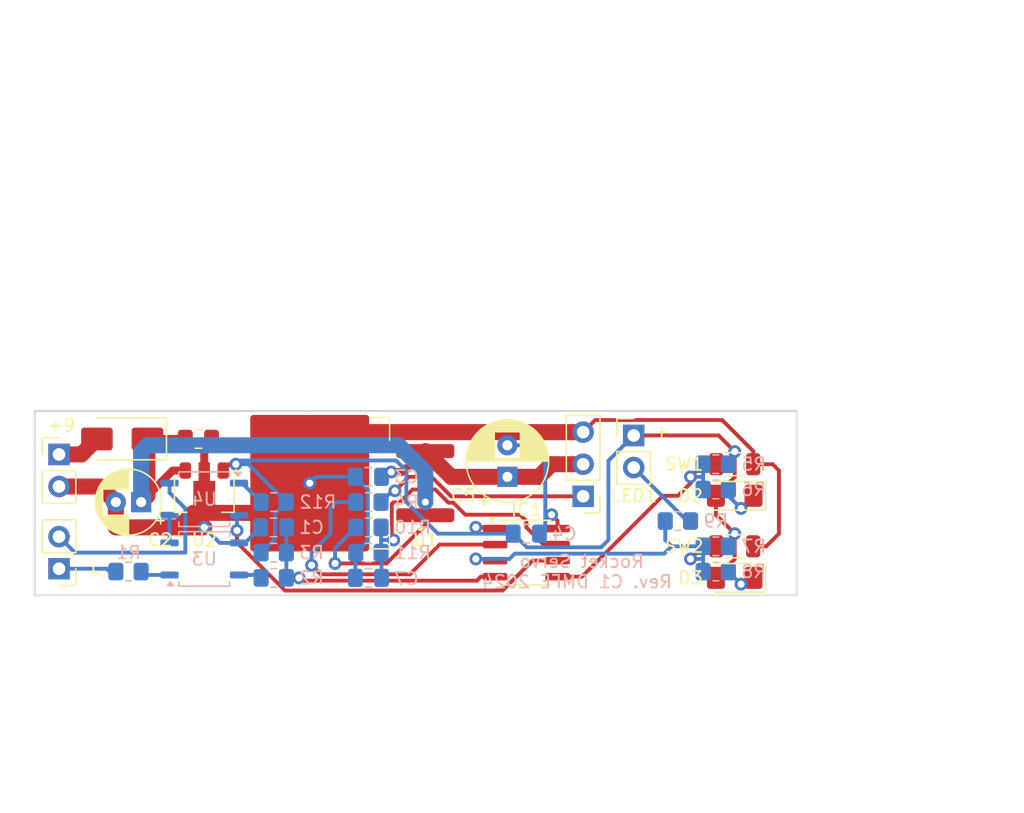
<source format=kicad_pcb>
(kicad_pcb (version 20240108) (generator "pcbnew") (generator_version "8.0")
  (title_block (title "Rocket Servo") (date "2022-12-11") (rev "B") (company "DMFE"))
  (layers (0 "F.Cu" signal) (31 "B.Cu" signal) (34 "B.Paste" user) (35 "F.Paste" user) (36 "B.SilkS" user "B.Silkscreen") (37 "F.SilkS" user "F.Silkscreen") (38 "B.Mask" user) (39 "F.Mask" user) (44 "Edge.Cuts" user))
  (net 0 "")
  (net 1 "Net-(IC1-Vpp{slash}~{MCLR}{slash}RA3)")
  (net 2 "GND")
  (net 3 "Net-(D1-K)")
  (net 4 "+5V")
  (net 5 "Net-(P2-Pin_2)")
  (net 6 "Net-(D1-A)")
  (net 7 "Net-(D2-K)")
  (net 8 "Net-(D3-K)")
  (net 9 "/BattV")
  (net 10 "Net-(IC1-CLKR{slash}C1IN1-{slash}T1OSO{slash}CLKOUT{slash}OSC2{slash}CPS3{slash}AN3{slash}RA4)")
  (net 11 "Net-(IC1-CPS2{slash}C1OUT{slash}SRQ{slash}T0CKI{slash}FLT0{slash}SDA{slash}SDI{slash}INT{slash}MDCIN1{slash}AN2{slash}RA2)")
  (net 12 "Net-(IC1-SRNQ{slash}T1CKI{slash}T1OSI{slash}OSC1{slash}CLKIN{slash}RA5)")
  (net 13 "/Enable*")
  (net 14 "Net-(R1-Pad1)")
  (net 15 "Net-(LED1-Pin_2)")
  (net 16 "Net-(R2-Pad2)")
  (net 17 "Net-(P1-Pin_1)")
  (net 18 "Net-(P1-Pin_2)")
  (net 19 "Net-(P2-Pin_1)")
  (net 20 "Net-(R12-Pad2)")
  (net 21 "Net-(U3-Pad2)")
  (footprint "Resistor_SMD:R_1206_3216Metric" (layer "F.Cu") (at 147.5 92)
    (property "Reference" "SW2" (at -4 0 0) (layer "F.SilkS"))
    (property "Value" "SW_Push")
    (pad "1" smd roundrect (at -1.4625 0) (size 1.125 1.75) (layers "F.Cu" "F.Paste" "F.Mask") (roundrect_rratio 0.222222) (net 10 "Net-(IC1-CLKR{slash}C1IN1-{slash}T1OSO{slash}CLKOUT{slash}OSC2{slash}CPS3{slash}AN3{slash}RA4)"))
    (pad "2" smd roundrect (at 1.4625 0) (size 1.125 1.75) (layers "F.Cu" "F.Paste" "F.Mask") (roundrect_rratio 0.222222) (net 2 "GND"))
  )
  (footprint "Connector_PinHeader_2.54mm:PinHeader_1x03_P2.54mm_Vertical" (layer "F.Cu") (at 135.5 88.04 180)
    (property "Reference" "P2" (hide yes))
    (property "Value" "Conn_01x03")
    (pad "1" thru_hole rect (at 0 0 180) (size 1.7 1.7) (drill 1) (layers "*.Cu" "*.Mask") (net 19 "Net-(P2-Pin_1)"))
    (pad "2" thru_hole oval (at 0 2.54 180) (size 1.7 1.7) (drill 1) (layers "*.Cu" "*.Mask") (net 5 "Net-(P2-Pin_2)"))
    (pad "3" thru_hole oval (at 0 5.08 180) (size 1.7 1.7) (drill 1) (layers "*.Cu" "*.Mask") (net 2 "GND"))
  )
  (footprint "Capacitor_SMD:C_0805_2012Metric_Pad1.18x1.45mm_HandSolder" (layer "F.Cu") (at 105.0375 83.5)
    (property "Reference" "C6" (hide yes))
    (property "Value" ".1uF")
    (pad "1" smd roundrect (at -1.0375 0) (size 1.175 1.45) (layers "F.Cu" "F.Paste" "F.Mask") (roundrect_rratio 0.212766) (net 3 "Net-(D1-K)"))
    (pad "2" smd roundrect (at 1.0375 0) (size 1.175 1.45) (layers "F.Cu" "F.Paste" "F.Mask") (roundrect_rratio 0.212766) (net 2 "GND"))
  )
  (footprint "Capacitor_THT:CP_Radial_D5.0mm_P2.00mm" (layer "F.Cu") (at 100.5 88.5 180)
    (property "Reference" "C2" (at -1.5 -3 0) (layer "F.SilkS"))
    (property "Value" "33uF")
    (pad "1" thru_hole rect (at 0 0 180) (size 1.6 1.6) (drill 0.8) (layers "*.Cu" "*.Mask") (net 3 "Net-(D1-K)"))
    (pad "2" thru_hole circle (at 2 0 180) (size 1.6 1.6) (drill 0.8) (layers "*.Cu" "*.Mask") (net 2 "GND"))
  )
  (footprint "Connector_PinHeader_2.54mm:PinHeader_1x02_P2.54mm_Vertical" (layer "F.Cu") (at 94 93.775 180)
    (property "Reference" "P1" (hide yes))
    (property "Value" "Conn_01x02")
    (pad "1" thru_hole rect (at 0 0 180) (size 1.7 1.7) (drill 1) (layers "*.Cu" "*.Mask") (net 17 "Net-(P1-Pin_1)"))
    (pad "2" thru_hole oval (at 0 2.54 180) (size 1.7 1.7) (drill 1) (layers "*.Cu" "*.Mask") (net 18 "Net-(P1-Pin_2)"))
  )
  (footprint "LED_SMD:LED_1206_3216Metric_Pad1.42x1.75mm_HandSolder" (layer "F.Cu") (at 147.5 94.5 180)
    (property "Reference" "D3" (at 3.5 0 0) (layer "F.SilkS"))
    (property "Value" "LED")
    (pad "1" smd roundrect (at -1.4875 0 180) (size 1.425 1.75) (layers "F.Cu" "F.Paste" "F.Mask") (roundrect_rratio 0.175439) (net 8 "Net-(D3-K)"))
    (pad "2" smd roundrect (at 1.4875 0 180) (size 1.425 1.75) (layers "F.Cu" "F.Paste" "F.Mask") (roundrect_rratio 0.175439) (net 4 "+5V"))
  )
  (footprint "Connector_PinHeader_2.54mm:PinHeader_1x02_P2.54mm_Vertical" (layer "F.Cu") (at 94 84.725)
    (property "Reference" "P3" (hide yes))
    (property "Value" "Conn_01x02")
    (pad "1" thru_hole rect (at 0 0) (size 1.7 1.7) (drill 1) (layers "*.Cu" "*.Mask") (net 6 "Net-(D1-A)"))
    (pad "2" thru_hole oval (at 0 2.54) (size 1.7 1.7) (drill 1) (layers "*.Cu" "*.Mask") (net 2 "GND"))
  )
  (footprint "Package_TO_SOT_SMD:TO-263-2" (layer "F.Cu") (at 115.35 87 180)
    (property "Reference" "U1" (at -7.65 -4.5 0) (layer "F.SilkS"))
    (property "Value" "L7806")
    (pad "1" smd roundrect (at -7.65 -2.54 180) (size 4.6 1.1) (layers "F.Cu" "F.Paste" "F.Mask") (roundrect_rratio 0.227273) (net 3 "Net-(D1-K)"))
    (pad "2" smd roundrect (at -0.925 -2.775 180) (size 4.55 5.25) (layers "F.Cu" "F.Paste") (roundrect_rratio 0.054945) (net 2 "GND"))
    (pad "2" smd roundrect (at -0.925 2.775 180) (size 4.55 5.25) (layers "F.Cu" "F.Paste") (roundrect_rratio 0.054945) (net 2 "GND"))
    (pad "2" smd roundrect (at 1.5 0 180) (size 9.4 10.8) (layers "F.Cu" "F.Mask") (roundrect_rratio 0.026596) (net 2 "GND"))
    (pad "2" smd roundrect (at 3.925 -2.775 180) (size 4.55 5.25) (layers "F.Cu" "F.Paste") (roundrect_rratio 0.054945) (net 2 "GND"))
    (pad "2" smd roundrect (at 3.925 2.775 180) (size 4.55 5.25) (layers "F.Cu" "F.Paste") (roundrect_rratio 0.054945) (net 2 "GND"))
    (pad "3" smd roundrect (at -7.65 2.54 180) (size 4.6 1.1) (layers "F.Cu" "F.Paste" "F.Mask") (roundrect_rratio 0.227273) (net 5 "Net-(P2-Pin_2)"))
  )
  (footprint "Resistor_SMD:R_1206_3216Metric" (layer "F.Cu") (at 147.5 85.5)
    (property "Reference" "SW1" (at -4 0 0) (layer "F.SilkS"))
    (property "Value" "SW_Push")
    (pad "1" smd roundrect (at -1.4625 0) (size 1.125 1.75) (layers "F.Cu" "F.Paste" "F.Mask") (roundrect_rratio 0.222222) (net 11 "Net-(IC1-CPS2{slash}C1OUT{slash}SRQ{slash}T0CKI{slash}FLT0{slash}SDA{slash}SDI{slash}INT{slash}MDCIN1{slash}AN2{slash}RA2)"))
    (pad "2" smd roundrect (at 1.4625 0) (size 1.125 1.75) (layers "F.Cu" "F.Paste" "F.Mask") (roundrect_rratio 0.222222) (net 2 "GND"))
  )
  (footprint "Package_TO_SOT_SMD:SOT-89-3" (layer "F.Cu") (at 105.5 87.95 -90)
    (property "Reference" "U2" (at 3.55 0 180) (layer "F.SilkS"))
    (property "Value" "L78L05_SOT89")
    (pad "1" smd roundrect (at -1.95 -1.5 270) (size 1.3 0.9) (layers "F.Cu" "F.Paste" "F.Mask") (net 4 "+5V"))
    (pad "2" smd custom (at -1.8625 0 270) (size 1.475 0.9) (layers "F.Cu" "F.Paste" "F.Mask") (net 2 "GND") (options (clearance outline) (anchor rect)) (primitives (gr_poly (pts (xy 3.8625 0.8665) (xy 0.7375 0.8665) (xy 0.7375 -0.8665) (xy 3.8625 -0.8665)) (width 0) (fill yes))))
    (pad "3" smd roundrect (at -1.95 1.5 270) (size 1.3 0.9) (layers "F.Cu" "F.Paste" "F.Mask") (net 3 "Net-(D1-K)"))
  )
  (footprint "Capacitor_THT:CP_Radial_D6.3mm_P2.50mm" (layer "F.Cu") (at 129.5 86.5 90)
    (property "Reference" "C5" (at -1.5 -3.5 0) (layer "F.SilkS"))
    (property "Value" "220uF")
    (pad "1" thru_hole rect (at 0 0 90) (size 1.6 1.6) (drill 0.8) (layers "*.Cu" "*.Mask") (net 5 "Net-(P2-Pin_2)"))
    (pad "2" thru_hole circle (at 2.5 0 90) (size 1.6 1.6) (drill 0.8) (layers "*.Cu" "*.Mask") (net 2 "GND"))
  )
  (footprint "Connector_PinHeader_2.54mm:PinHeader_1x02_P2.54mm_Vertical" (layer "F.Cu") (at 139.5 83.225)
    (property "Reference" "LED1" (at 0 4.775 180) (layer "F.SilkS"))
    (property "Value" "Conn_01x02")
    (pad "1" thru_hole rect (at 0 0) (size 1.7 1.7) (drill 1) (layers "*.Cu" "*.Mask") (net 4 "+5V"))
    (pad "2" thru_hole oval (at 0 2.54) (size 1.7 1.7) (drill 1) (layers "*.Cu" "*.Mask") (net 15 "Net-(LED1-Pin_2)"))
  )
  (footprint "LED_SMD:LED_1206_3216Metric_Pad1.42x1.75mm_HandSolder" (layer "F.Cu") (at 147.5 88 180)
    (property "Reference" "D2" (at 3.5 0 0) (layer "F.SilkS"))
    (property "Value" "LED")
    (pad "1" smd roundrect (at -1.4875 0 180) (size 1.425 1.75) (layers "F.Cu" "F.Paste" "F.Mask") (roundrect_rratio 0.175439) (net 7 "Net-(D2-K)"))
    (pad "2" smd roundrect (at 1.4875 0 180) (size 1.425 1.75) (layers "F.Cu" "F.Paste" "F.Mask") (roundrect_rratio 0.175439) (net 4 "+5V"))
  )
  (footprint "Package_SO:SOIC-8_3.9x4.9mm_P1.27mm" (layer "F.Cu") (at 131 92.5)
    (property "Reference" "IC1" (at 0 -3.4 0) (layer "F.SilkS"))
    (property "Value" "PIC12F1822-I/SN")
    (pad "1" smd roundrect (at -2.475 -1.905) (size 1.95 0.6) (layers "F.Cu" "F.Paste" "F.Mask") (net 4 "+5V"))
    (pad "2" smd roundrect (at -2.475 -0.635) (size 1.95 0.6) (layers "F.Cu" "F.Paste" "F.Mask") (net 12 "Net-(IC1-SRNQ{slash}T1CKI{slash}T1OSI{slash}OSC1{slash}CLKIN{slash}RA5)"))
    (pad "3" smd roundrect (at -2.475 0.635) (size 1.95 0.6) (layers "F.Cu" "F.Paste" "F.Mask") (net 10 "Net-(IC1-CLKR{slash}C1IN1-{slash}T1OSO{slash}CLKOUT{slash}OSC2{slash}CPS3{slash}AN3{slash}RA4)"))
    (pad "4" smd roundrect (at -2.475 1.905) (size 1.95 0.6) (layers "F.Cu" "F.Paste" "F.Mask") (net 1 "Net-(IC1-Vpp{slash}~{MCLR}{slash}RA3)"))
    (pad "5" smd roundrect (at 2.475 1.905) (size 1.95 0.6) (layers "F.Cu" "F.Paste" "F.Mask") (net 11 "Net-(IC1-CPS2{slash}C1OUT{slash}SRQ{slash}T0CKI{slash}FLT0{slash}SDA{slash}SDI{slash}INT{slash}MDCIN1{slash}AN2{slash}RA2)"))
    (pad "6" smd roundrect (at 2.475 0.635) (size 1.95 0.6) (layers "F.Cu" "F.Paste" "F.Mask") (net 13 "/Enable*"))
    (pad "7" smd roundrect (at 2.475 -0.635) (size 1.95 0.6) (layers "F.Cu" "F.Paste" "F.Mask") (net 9 "/BattV"))
    (pad "8" smd roundrect (at 2.475 -1.905) (size 1.95 0.6) (layers "F.Cu" "F.Paste" "F.Mask") (net 2 "GND"))
  )
  (footprint "Diode_SMD:D_SMA" (layer "F.Cu") (at 99 83.5 180)
    (property "Reference" "D1" (hide yes))
    (property "Value" "D")
    (pad "1" smd roundrect (at -2 0 180) (size 2.5 1.8) (layers "F.Cu" "F.Paste" "F.Mask") (roundrect_rratio 0.1388888889) (net 3 "Net-(D1-K)"))
    (pad "2" smd roundrect (at 2 0 180) (size 2.5 1.8) (layers "F.Cu" "F.Paste" "F.Mask") (roundrect_rratio 0.1388888889) (net 6 "Net-(D1-A)"))
  )
  (footprint "Resistor_SMD:R_0805_2012Metric_Pad1.20x1.40mm_HandSolder" (layer "B.Cu") (at 118.5 88.5 180)
    (property "Reference" "R4" (at -3 0 180) (layer "B.SilkS") (effects (justify mirror)))
    (property "Value" "220R")
    (pad "1" smd roundrect (at -1 0 180) (size 1.2 1.4) (layers "B.Cu" "B.Paste" "B.Mask") (roundrect_rratio 0.208333) (net 19 "Net-(P2-Pin_1)"))
    (pad "2" smd roundrect (at 1 0 180) (size 1.2 1.4) (layers "B.Cu" "B.Paste" "B.Mask") (roundrect_rratio 0.208333) (net 12 "Net-(IC1-SRNQ{slash}T1CKI{slash}T1OSI{slash}OSC1{slash}CLKIN{slash}RA5)"))
  )
  (footprint "Resistor_SMD:R_0805_2012Metric_Pad1.20x1.40mm_HandSolder" (layer "B.Cu") (at 99.5 94 180)
    (property "Reference" "R1" (at 0 1.5 0) (layer "B.SilkS") (effects (justify mirror)))
    (property "Value" "470R")
    (pad "1" smd roundrect (at -1 0 180) (size 1.2 1.4) (layers "B.Cu" "B.Paste" "B.Mask") (roundrect_rratio 0.208333) (net 14 "Net-(R1-Pad1)"))
    (pad "2" smd roundrect (at 1 0 180) (size 1.2 1.4) (layers "B.Cu" "B.Paste" "B.Mask") (roundrect_rratio 0.208333) (net 17 "Net-(P1-Pin_1)"))
  )
  (footprint "Resistor_SMD:R_0805_2012Metric_Pad1.20x1.40mm_HandSolder" (layer "B.Cu") (at 146 87.5 180)
    (property "Reference" "R6" (at -3 0 0) (layer "B.SilkS") (effects (justify mirror)))
    (property "Value" "1K")
    (pad "1" smd roundrect (at -1 0 180) (size 1.2 1.4) (layers "B.Cu" "B.Paste" "B.Mask") (roundrect_rratio 0.208333) (net 7 "Net-(D2-K)"))
    (pad "2" smd roundrect (at 1 0 180) (size 1.2 1.4) (layers "B.Cu" "B.Paste" "B.Mask") (roundrect_rratio 0.208333) (net 11 "Net-(IC1-CPS2{slash}C1OUT{slash}SRQ{slash}T0CKI{slash}FLT0{slash}SDA{slash}SDI{slash}INT{slash}MDCIN1{slash}AN2{slash}RA2)"))
  )
  (footprint "Capacitor_SMD:C_0805_2012Metric_Pad1.18x1.45mm_HandSolder" (layer "B.Cu") (at 111 90.5 180)
    (property "Reference" "C1" (at -3 0 0) (layer "B.SilkS") (effects (justify mirror)))
    (property "Value" ".1uF")
    (pad "1" smd roundrect (at -1.0375 0 180) (size 1.175 1.45) (layers "B.Cu" "B.Paste" "B.Mask") (roundrect_rratio 0.212766) (net 1 "Net-(IC1-Vpp{slash}~{MCLR}{slash}RA3)"))
    (pad "2" smd roundrect (at 1.0375 0 180) (size 1.175 1.45) (layers "B.Cu" "B.Paste" "B.Mask") (roundrect_rratio 0.212766) (net 2 "GND"))
  )
  (footprint "Package_SO:SOP-4_3.8x4.1mm_P2.54mm" (layer "B.Cu") (at 105.5 88.27 180)
    (property "Reference" "U4" (at 0 0 0) (layer "B.SilkS") (effects (justify mirror)))
    (property "Value" "CPC1017N")
    (pad "1" smd roundrect (at -2.75 1.27 180) (size 1.45 0.55) (layers "B.Cu" "B.Paste" "B.Mask") (net 20 "Net-(R12-Pad2)"))
    (pad "2" smd roundrect (at -2.75 -1.27 180) (size 1.45 0.55) (layers "B.Cu" "B.Paste" "B.Mask") (net 13 "/Enable*"))
    (pad "3" smd roundrect (at 2.75 -1.27 180) (size 1.45 0.55) (layers "B.Cu" "B.Paste" "B.Mask") (net 21 "Net-(U3-Pad2)"))
    (pad "4" smd roundrect (at 2.75 1.27 180) (size 1.45 0.55) (layers "B.Cu" "B.Paste" "B.Mask") (net 18 "Net-(P1-Pin_2)"))
  )
  (footprint "Resistor_SMD:R_0805_2012Metric_Pad1.20x1.40mm_HandSolder" (layer "B.Cu") (at 146 92 180)
    (property "Reference" "R7" (at -3 0 0) (layer "B.SilkS") (effects (justify mirror)))
    (property "Value" "47K")
    (pad "1" smd roundrect (at -1 0 180) (size 1.2 1.4) (layers "B.Cu" "B.Paste" "B.Mask") (roundrect_rratio 0.208333) (net 4 "+5V"))
    (pad "2" smd roundrect (at 1 0 180) (size 1.2 1.4) (layers "B.Cu" "B.Paste" "B.Mask") (roundrect_rratio 0.208333) (net 10 "Net-(IC1-CLKR{slash}C1IN1-{slash}T1OSO{slash}CLKOUT{slash}OSC2{slash}CPS3{slash}AN3{slash}RA4)"))
  )
  (footprint "Resistor_SMD:R_0805_2012Metric_Pad1.20x1.40mm_HandSolder" (layer "B.Cu") (at 118.5 90.5 180)
    (property "Reference" "R10" (at -3.5 0 0) (layer "B.SilkS") (effects (justify mirror)))
    (property "Value" "22K")
    (pad "1" smd roundrect (at -1 0 180) (size 1.2 1.4) (layers "B.Cu" "B.Paste" "B.Mask") (roundrect_rratio 0.208333) (net 9 "/BattV"))
    (pad "2" smd roundrect (at 1 0 180) (size 1.2 1.4) (layers "B.Cu" "B.Paste" "B.Mask") (roundrect_rratio 0.208333) (net 3 "Net-(D1-K)"))
  )
  (footprint "Resistor_SMD:R_0805_2012Metric_Pad1.20x1.40mm_HandSolder" (layer "B.Cu") (at 111 88.5 180)
    (property "Reference" "R12" (at -3.5 0 0) (layer "B.SilkS") (effects (justify mirror)))
    (property "Value" "1K0")
    (pad "1" smd roundrect (at -1 0 180) (size 1.2 1.4) (layers "B.Cu" "B.Paste" "B.Mask") (roundrect_rratio 0.208333) (net 4 "+5V"))
    (pad "2" smd roundrect (at 1 0 180) (size 1.2 1.4) (layers "B.Cu" "B.Paste" "B.Mask") (roundrect_rratio 0.208333) (net 20 "Net-(R12-Pad2)"))
  )
  (footprint "Capacitor_SMD:C_0805_2012Metric_Pad1.18x1.45mm_HandSolder" (layer "B.Cu") (at 118.5 86.5 180)
    (property "Reference" "C3" (at -3 0 0) (layer "B.SilkS") (effects (justify mirror)))
    (property "Value" ".1uF")
    (pad "1" smd roundrect (at -1.0375 0 180) (size 1.175 1.45) (layers "B.Cu" "B.Paste" "B.Mask") (roundrect_rratio 0.212766) (net 5 "Net-(P2-Pin_2)"))
    (pad "2" smd roundrect (at 1.0375 0 180) (size 1.175 1.45) (layers "B.Cu" "B.Paste" "B.Mask") (roundrect_rratio 0.212766) (net 2 "GND"))
  )
  (footprint "Resistor_SMD:R_0805_2012Metric_Pad1.20x1.40mm_HandSolder" (layer "B.Cu") (at 111 94.5 180)
    (property "Reference" "R2" (at -3 0 0) (layer "B.SilkS") (effects (justify mirror)))
    (property "Value" "1K")
    (pad "1" smd roundrect (at -1 0 180) (size 1.2 1.4) (layers "B.Cu" "B.Paste" "B.Mask") (roundrect_rratio 0.208333) (net 1 "Net-(IC1-Vpp{slash}~{MCLR}{slash}RA3)"))
    (pad "2" smd roundrect (at 1 0 180) (size 1.2 1.4) (layers "B.Cu" "B.Paste" "B.Mask") (roundrect_rratio 0.208333) (net 16 "Net-(R2-Pad2)"))
  )
  (footprint "Resistor_SMD:R_0805_2012Metric_Pad1.20x1.40mm_HandSolder" (layer "B.Cu") (at 143 90)
    (property "Reference" "R9" (at 3 0 0) (layer "B.SilkS") (effects (justify mirror)))
    (property "Value" "270")
    (pad "1" smd roundrect (at -1 0) (size 1.2 1.4) (layers "B.Cu" "B.Paste" "B.Mask") (roundrect_rratio 0.208333) (net 10 "Net-(IC1-CLKR{slash}C1IN1-{slash}T1OSO{slash}CLKOUT{slash}OSC2{slash}CPS3{slash}AN3{slash}RA4)"))
    (pad "2" smd roundrect (at 1 0) (size 1.2 1.4) (layers "B.Cu" "B.Paste" "B.Mask") (roundrect_rratio 0.208333) (net 15 "Net-(LED1-Pin_2)"))
  )
  (footprint "Resistor_SMD:R_0805_2012Metric_Pad1.20x1.40mm_HandSolder" (layer "B.Cu") (at 118.5 92.5)
    (property "Reference" "R11" (at 3.5 0 0) (layer "B.SilkS") (effects (justify mirror)))
    (property "Value" "1K")
    (pad "1" smd roundrect (at -1 0) (size 1.2 1.4) (layers "B.Cu" "B.Paste" "B.Mask") (roundrect_rratio 0.208333) (net 2 "GND"))
    (pad "2" smd roundrect (at 1 0) (size 1.2 1.4) (layers "B.Cu" "B.Paste" "B.Mask") (roundrect_rratio 0.208333) (net 9 "/BattV"))
  )
  (footprint "Resistor_SMD:R_0805_2012Metric_Pad1.20x1.40mm_HandSolder" (layer "B.Cu") (at 146 94 180)
    (property "Reference" "R8" (at -3 0 0) (layer "B.SilkS") (effects (justify mirror)))
    (property "Value" "1K")
    (pad "1" smd roundrect (at -1 0 180) (size 1.2 1.4) (layers "B.Cu" "B.Paste" "B.Mask") (roundrect_rratio 0.208333) (net 8 "Net-(D3-K)"))
    (pad "2" smd roundrect (at 1 0 180) (size 1.2 1.4) (layers "B.Cu" "B.Paste" "B.Mask") (roundrect_rratio 0.208333) (net 10 "Net-(IC1-CLKR{slash}C1IN1-{slash}T1OSO{slash}CLKOUT{slash}OSC2{slash}CPS3{slash}AN3{slash}RA4)"))
  )
  (footprint "Capacitor_SMD:C_0805_2012Metric_Pad1.18x1.45mm_HandSolder" (layer "B.Cu") (at 118.5 94.5 180)
    (property "Reference" "C7" (at -3 -0.08 0) (layer "B.SilkS") (effects (justify mirror)))
    (property "Value" ".1uF")
    (pad "1" smd roundrect (at -1.0375 0 180) (size 1.175 1.45) (layers "B.Cu" "B.Paste" "B.Mask") (roundrect_rratio 0.212766) (net 9 "/BattV"))
    (pad "2" smd roundrect (at 1.0375 0 180) (size 1.175 1.45) (layers "B.Cu" "B.Paste" "B.Mask") (roundrect_rratio 0.212766) (net 2 "GND"))
  )
  (footprint "Resistor_SMD:R_0805_2012Metric_Pad1.20x1.40mm_HandSolder" (layer "B.Cu") (at 146 85.5 180)
    (property "Reference" "R5" (at -3 0 0) (layer "B.SilkS") (effects (justify mirror)))
    (property "Value" "47K")
    (pad "1" smd roundrect (at -1 0 180) (size 1.2 1.4) (layers "B.Cu" "B.Paste" "B.Mask") (roundrect_rratio 0.208333) (net 4 "+5V"))
    (pad "2" smd roundrect (at 1 0 180) (size 1.2 1.4) (layers "B.Cu" "B.Paste" "B.Mask") (roundrect_rratio 0.208333) (net 11 "Net-(IC1-CPS2{slash}C1OUT{slash}SRQ{slash}T0CKI{slash}FLT0{slash}SDA{slash}SDI{slash}INT{slash}MDCIN1{slash}AN2{slash}RA2)"))
  )
  (footprint "Package_SO:SOP-4_3.8x4.1mm_P2.54mm" (layer "B.Cu") (at 105.5 93)
    (property "Reference" "U3" (at 0 0 0) (layer "B.SilkS") (effects (justify mirror)))
    (property "Value" "CPC1017N")
    (pad "1" smd roundrect (at -2.75 1.27) (size 1.45 0.55) (layers "B.Cu" "B.Paste" "B.Mask") (net 14 "Net-(R1-Pad1)"))
    (pad "2" smd roundrect (at -2.75 -1.27) (size 1.45 0.55) (layers "B.Cu" "B.Paste" "B.Mask") (net 21 "Net-(U3-Pad2)"))
    (pad "3" smd roundrect (at 2.75 -1.27) (size 1.45 0.55) (layers "B.Cu" "B.Paste" "B.Mask") (net 2 "GND"))
    (pad "4" smd roundrect (at 2.75 1.27) (size 1.45 0.55) (layers "B.Cu" "B.Paste" "B.Mask") (net 16 "Net-(R2-Pad2)"))
  )
  (footprint "Resistor_SMD:R_0805_2012Metric_Pad1.20x1.40mm_HandSolder" (layer "B.Cu") (at 111 92.5)
    (property "Reference" "R3" (at 3 0 0) (layer "B.SilkS") (effects (justify mirror)))
    (property "Value" "10K")
    (pad "1" smd roundrect (at -1 0) (size 1.2 1.4) (layers "B.Cu" "B.Paste" "B.Mask") (roundrect_rratio 0.208333) (net 4 "+5V"))
    (pad "2" smd roundrect (at 1 0) (size 1.2 1.4) (layers "B.Cu" "B.Paste" "B.Mask") (roundrect_rratio 0.208333) (net 1 "Net-(IC1-Vpp{slash}~{MCLR}{slash}RA3)"))
  )
  (footprint "Capacitor_SMD:C_0805_2012Metric_Pad1.18x1.45mm_HandSolder" (layer "B.Cu") (at 131 91)
    (property "Reference" "C4" (at 3 0 0) (layer "B.SilkS") (effects (justify mirror)))
    (property "Value" ".1uF")
    (pad "1" smd roundrect (at -1.0375 0) (size 1.175 1.45) (layers "B.Cu" "B.Paste" "B.Mask") (roundrect_rratio 0.212766) (net 4 "+5V"))
    (pad "2" smd roundrect (at 1.0375 0) (size 1.175 1.45) (layers "B.Cu" "B.Paste" "B.Mask") (roundrect_rratio 0.212766) (net 2 "GND"))
  )
  (gr_rect (start 92.075 81.28) (end 152.4 95.885) (stroke (width 0.15)) (fill none) (layer "Edge.Cuts"))
  (gr_text "Rocket Servo \nRev. C1 DMFE 2024" (at 135 94 0) (layer "B.SilkS") (effects (font (size 1 1)) (justify mirror)))
  (gr_text "+" (at 96 94.5 0) (layer "F.SilkS") (effects (font (size 1 1)) (justify left bottom)))
  (gr_text "+" (at 141 83.5 0) (layer "F.SilkS") (effects (font (size 1 1)) (justify left bottom)))
  (gr_text "+9" (at 93 83 0) (layer "F.SilkS") (effects (font (size 1 1)) (justify left bottom)))
  (segment (start 127.4 94.405) (end 127.083551 94.721449) (width 0.3048) (layer "F.Cu") (net 1))
  (segment (start 127.083551 94.721449) (end 113.221449 94.721449) (width 0.3048) (layer "F.Cu") (net 1))
  (segment (start 127.4 94.405) (end 128.525 94.405) (width 0.3048) (layer "F.Cu") (net 1))
  (segment (start 113.221449 94.721449) (end 113 94.5) (width 0.3048) (layer "F.Cu") (net 1))
  (via (at 113 94.5) (size 1.016) (drill 0.5588) (layers "F.Cu" "B.Cu") (net 1))
  (segment (start 113 94.5) (end 112 94.5) (width 0.3048) (layer "B.Cu") (net 1))
  (segment (start 112 94.5) (end 112 92.5) (width 0.3048) (layer "B.Cu") (net 1))
  (segment (start 112 90.5375) (end 112.0375 90.5) (width 0.3048) (layer "B.Cu") (net 1))
  (segment (start 112 92.5) (end 112 90.5375) (width 0.3048) (layer "B.Cu") (net 1))
  (segment (start 97.265 87.265) (end 98.5 88.5) (width 1.27) (layer "F.Cu") (net 2))
  (segment (start 103.5 90.5) (end 105.5 90.5) (width 1.27) (layer "F.Cu") (net 2))
  (segment (start 133.475 89.975) (end 133 89.5) (width 0.3048) (layer "F.Cu") (net 2))
  (segment (start 148.9625 84.4625) (end 146.5 82) (width 0.3048) (layer "F.Cu") (net 2))
  (segment (start 129.5 82.96) (end 117.54 82.96) (width 1.27) (layer "F.Cu") (net 2))
  (segment (start 135.5 82.96) (end 129.5 82.96) (width 1.27) (layer "F.Cu") (net 2))
  (segment (start 105.5 89) (end 105.5 86.0875) (width 0.635) (layer "F.Cu") (net 2))
  (segment (start 111.004001 89.354001) (end 111.425 89.775) (width 1.27) (layer "F.Cu") (net 2))
  (segment (start 105.5 86.0875) (end 105.5 84.075) (width 0.635) (layer "F.Cu") (net 2))
  (segment (start 136.46 82) (end 135.5 82.96) (width 0.3048) (layer "F.Cu") (net 2))
  (segment (start 133.475 90.595) (end 133.475 89.975) (width 0.3048) (layer "F.Cu") (net 2))
  (segment (start 151 91) (end 150 92) (width 0.3048) (layer "F.Cu") (net 2))
  (segment (start 94 87.265) (end 97.265 87.265) (width 1.27) (layer "F.Cu") (net 2))
  (segment (start 129.5 84) (end 129.5 82.96) (width 1.27) (layer "F.Cu") (net 2))
  (segment (start 117.54 82.96) (end 116.275 84.225) (width 1.27) (layer "F.Cu") (net 2))
  (segment (start 150.5 85.5) (end 151 86) (width 0.3048) (layer "F.Cu") (net 2))
  (segment (start 104.645999 89.354001) (end 111.004001 89.354001) (width 1.27) (layer "F.Cu") (net 2))
  (segment (start 151 86) (end 151 91) (width 0.3048) (layer "F.Cu") (net 2))
  (segment (start 98.5 90.5) (end 103.5 90.5) (width 1.27) (layer "F.Cu") (net 2))
  (segment (start 105.5 84.075) (end 106.075 83.5) (width 0.635) (layer "F.Cu") (net 2))
  (segment (start 146.5 82) (end 136.46 82) (width 0.3048) (layer "F.Cu") (net 2))
  (segment (start 148.9625 85.5) (end 150.5 85.5) (width 0.3048) (layer "F.Cu") (net 2))
  (segment (start 150 92) (end 148.9625 92) (width 0.3048) (layer "F.Cu") (net 2))
  (segment (start 98.5 88.5) (end 98.5 90.5) (width 1.27) (layer "F.Cu") (net 2))
  (segment (start 103.5 90.5) (end 104.645999 89.354001) (width 1.27) (layer "F.Cu") (net 2))
  (segment (start 105.5 90.5) (end 105.5 86.0875) (width 0.3048) (layer "F.Cu") (net 2))
  (segment (start 148.9625 85.5) (end 148.9625 84.4625) (width 0.3048) (layer "F.Cu") (net 2))
  (via (at 113.85 87) (size 1.016) (drill 0.5588) (layers "F.Cu" "B.Cu") (net 2))
  (via (at 133 89.5) (size 1.016) (drill 0.5588) (layers "F.Cu" "B.Cu") (net 2))
  (via (at 105.5 90.5) (size 1.016) (drill 0.5588) (layers "F.Cu" "B.Cu") (net 2))
  (segment (start 106.73 91.73) (end 105.5 90.5) (width 0.3048) (layer "B.Cu") (net 2))
  (segment (start 132.5 89.5) (end 133 89.5) (width 0.3048) (layer "B.Cu") (net 2))
  (segment (start 129.5 84) (end 132 84) (width 0.3048) (layer "B.Cu") (net 2))
  (segment (start 114.35 86.5) (end 113.85 87) (width 0.3048) (layer "B.Cu") (net 2))
  (segment (start 118.4524 91.5476) (end 118.4524 87.4899) (width 0.3048) (layer "B.Cu") (net 2))
  (segment (start 117.4625 86.5) (end 114.35 86.5) (width 0.3048) (layer "B.Cu") (net 2))
  (segment (start 117.4625 94.5) (end 117.4625 92.5375) (width 0.3048) (layer "B.Cu") (net 2))
  (segment (start 132 84) (end 132.5 84.5) (width 0.3048) (layer "B.Cu") (net 2))
  (segment (start 132.5 84.5) (end 132.5 90.5375) (width 0.3048) (layer "B.Cu") (net 2))
  (segment (start 132.5 90.5375) (end 132.0375 91) (width 0.3048) (layer "B.Cu") (net 2))
  (segment (start 118.4524 87.4899) (end 117.4625 86.5) (width 0.3048) (layer "B.Cu") (net 2))
  (segment (start 108.25 91.73) (end 108.7325 91.73) (width 0.3048) (layer "B.Cu") (net 2))
  (segment (start 108.7325 91.73) (end 109.9625 90.5) (width 0.3048) (layer "B.Cu") (net 2))
  (segment (start 108.25 91.73) (end 106.73 91.73) (width 0.3048) (layer "B.Cu") (net 2))
  (segment (start 117.4625 92.5375) (end 117.5 92.5) (width 0.3048) (layer "B.Cu") (net 2))
  (segment (start 117.5 92.5) (end 118.4524 91.5476) (width 0.3048) (layer "B.Cu") (net 2))
  (segment (start 123 89.54) (end 123 90.287501) (width 0.3048) (layer "F.Cu") (net 3))
  (segment (start 104 86) (end 103 86) (width 0.635) (layer "F.Cu") (net 3))
  (segment (start 103 86) (end 100.5 88.5) (width 0.635) (layer "F.Cu") (net 3))
  (segment (start 123 88.5) (end 123 89.54) (width 0.635) (layer "F.Cu") (net 3))
  (segment (start 123 90.287501) (end 119.931252 93.356249) (width 0.3048) (layer "F.Cu") (net 3))
  (segment (start 101 88) (end 100.5 88.5) (width 1.27) (layer "F.Cu") (net 3))
  (segment (start 104 83.5) (end 101 83.5) (width 0.635) (layer "F.Cu") (net 3))
  (segment (start 101 83.5) (end 101 88) (width 1.27) (layer "F.Cu") (net 3))
  (segment (start 119.931252 93.356249) (end 115.856249 93.356249) (width 0.3048) (layer "F.Cu") (net 3))
  (via (at 123 88.5) (size 1.016) (drill 0.5588) (layers "F.Cu" "B.Cu") (net 3))
  (via (at 115.856249 93.356249) (size 1.016) (drill 0.5588) (layers "F.Cu" "B.Cu") (net 3))
  (segment (start 100.5 84.5) (end 101 84) (width 1.27) (layer "B.Cu") (net 3))
  (segment (start 100.5 88.5) (end 100.5 84.5) (width 1.27) (layer "B.Cu") (net 3))
  (segment (start 101 84) (end 120.896394 84) (width 1.27) (layer "B.Cu") (net 3))
  (segment (start 123 86.103606) (end 123 88.5) (width 1.27) (layer "B.Cu") (net 3))
  (segment (start 117.5 90.5) (end 115.856249 92.143751) (width 0.3048) (layer "B.Cu") (net 3))
  (segment (start 115.856249 92.143751) (end 115.856249 93.356249) (width 0.3048) (layer "B.Cu") (net 3))
  (segment (start 120.896394 84) (end 123 86.103606) (width 1.27) (layer "B.Cu") (net 3))
  (segment (start 127 90.5) (end 128.43 90.5) (width 0.3048) (layer "F.Cu") (net 4))
  (segment (start 147.5 91) (end 146.0125 89.5125) (width 0.3048) (layer "F.Cu") (net 4))
  (segment (start 107.5 85.5) (end 107 86) (width 0.3048) (layer "F.Cu") (net 4))
  (segment (start 128.43 90.5) (end 128.525 90.595) (width 0.3048) (layer "F.Cu") (net 4))
  (segment (start 146.225 83.225) (end 147.5 84.5) (width 0.3048) (layer "F.Cu") (net 4))
  (segment (start 108 85.5) (end 107.5 85.5) (width 0.3048) (layer "F.Cu") (net 4))
  (segment (start 147.5 86.5125) (end 147.5 84.5) (width 0.3048) (layer "F.Cu") (net 4))
  (segment (start 147.5 93.0125) (end 147.5 91) (width 0.3048) (layer "F.Cu") (net 4))
  (segment (start 139.5 83.225) (end 146.225 83.225) (width 0.3048) (layer "F.Cu") (net 4))
  (segment (start 146.0125 94.5) (end 147.5 93.0125) (width 0.3048) (layer "F.Cu") (net 4))
  (segment (start 146.0125 88) (end 147.5 86.5125) (width 0.3048) (layer "F.Cu") (net 4))
  (segment (start 146.0125 89.5125) (end 146.0125 88) (width 0.3048) (layer "F.Cu") (net 4))
  (via (at 147.5 91) (size 1.016) (drill 0.5588) (layers "F.Cu" "B.Cu") (net 4))
  (via (at 108 85.5) (size 1.016) (drill 0.5588) (layers "F.Cu" "B.Cu") (net 4))
  (via (at 147.5 84.5) (size 1.016) (drill 0.5588) (layers "F.Cu" "B.Cu") (net 4))
  (via (at 127 90.5) (size 1.016) (drill 0.5588) (layers "F.Cu" "B.Cu") (net 4))
  (segment (start 112 88.5) (end 109 85.5) (width 0.3048) (layer "B.Cu") (net 4))
  (segment (start 111.0976 91.4024) (end 111.0976 89.4024) (width 0.3048) (layer "B.Cu") (net 4))
  (segment (start 139.5 83.225) (end 137.5 85.225) (width 0.3048) (layer "B.Cu") (net 4))
  (segment (start 137.5 85.225) (end 137.5 91.5) (width 0.3048) (layer "B.Cu") (net 4))
  (segment (start 147.5 84.5) (end 147.5 85) (width 0.3048) (layer "B.Cu") (net 4))
  (segment (start 110 92.5) (end 111.0976 91.4024) (width 0.3048) (layer "B.Cu") (net 4))
  (segment (start 121.5 86.022389) (end 120.678693 85.201082) (width 0.3048) (layer "B.Cu") (net 4))
  (segment (start 121.5 88.5) (end 121.5 86.022389) (width 0.3048) (layer "B.Cu") (net 4))
  (segment (start 131.0399 92.0774) (end 129.9625 91) (width 0.3048) (layer "B.Cu") (net 4))
  (segment (start 147.5 85) (end 147 85.5) (width 0.3048) (layer "B.Cu") (net 4))
  (segment (start 124 91) (end 121.5 88.5) (width 0.3048) (layer "B.Cu") (net 4))
  (segment (start 127 91) (end 127 90.5) (width 0.3048) (layer "B.Cu") (net 4))
  (segment (start 120.678693 85.201082) (end 108.298918 85.201082) (width 0.3048) (layer "B.Cu") (net 4))
  (segment (start 111.0976 89.4024) (end 112 88.5) (width 0.3048) (layer "B.Cu") (net 4))
  (segment (start 127 91) (end 129.9625 91) (width 0.3048) (layer "B.Cu") (net 4))
  (segment (start 147.5 91.5) (end 147 92) (width 0.3048) (layer "B.Cu") (net 4))
  (segment (start 109 85.5) (end 108 85.5) (width 0.3048) (layer "B.Cu") (net 4))
  (segment (start 124 91) (end 127 91) (width 0.3048) (layer "B.Cu") (net 4))
  (segment (start 137.5 91.5) (end 136.9226 92.0774) (width 0.3048) (layer "B.Cu") (net 4))
  (segment (start 147.5 91) (end 147.5 91.5) (width 0.3048) (layer "B.Cu") (net 4))
  (segment (start 108.298918 85.201082) (end 108 85.5) (width 0.3048) (layer "B.Cu") (net 4))
  (segment (start 136.9226 92.0774) (end 131.0399 92.0774) (width 0.3048) (layer "B.Cu") (net 4))
  (segment (start 129.5 86.5) (end 125.04 86.5) (width 1.27) (layer "F.Cu") (net 5))
  (segment (start 133 85.5) (end 135.5 85.5) (width 1.27) (layer "F.Cu") (net 5))
  (segment (start 121.429863 85.8301) (end 121.148481 86.111482) (width 0.635) (layer "F.Cu") (net 5))
  (segment (start 121.148481 86.111482) (end 120.301592 86.111482) (width 0.635) (layer "F.Cu") (net 5))
  (segment (start 123 84.46) (end 121.6299 85.8301) (width 0.635) (layer "F.Cu") (net 5))
  (segment (start 129.5 86.5) (end 132 86.5) (width 1.27) (layer "F.Cu") (net 5))
  (segment (start 132 86.5) (end 133 85.5) (width 1.27) (layer "F.Cu") (net 5))
  (segment (start 125.04 86.5) (end 123 84.46) (width 1.27) (layer "F.Cu") (net 5))
  (segment (start 121.6299 85.8301) (end 121.429863 85.8301) (width 0.635) (layer "F.Cu") (net 5))
  (via (at 120.301592 86.111482) (size 1.016) (drill 0.5588) (layers "F.Cu" "B.Cu") (net 5))
  (segment (start 119.5375 86.5) (end 119.913074 86.5) (width 0.3048) (layer "B.Cu") (net 5))
  (segment (start 119.913074 86.5) (end 120.301592 86.111482) (width 0.3048) (layer "B.Cu") (net 5))
  (segment (start 95.775 84.725) (end 97 83.5) (width 1.27) (layer "F.Cu") (net 6))
  (segment (start 94 84.725) (end 95.775 84.725) (width 1.27) (layer "F.Cu") (net 6))
  (segment (start 148 89) (end 148 88.9875) (width 0.3048) (layer "F.Cu") (net 7))
  (segment (start 148 88.9875) (end 148.9875 88) (width 0.3048) (layer "F.Cu") (net 7))
  (via (at 148 89) (size 1.016) (drill 0.5588) (layers "F.Cu" "B.Cu") (net 7))
  (segment (start 147 88) (end 148 89) (width 0.3048) (layer "B.Cu") (net 7))
  (segment (start 147 87.5) (end 147 88) (width 0.3048) (layer "B.Cu") (net 7))
  (segment (start 148.9875 94.5) (end 148.5 94.5) (width 0.3048) (layer "F.Cu") (net 8))
  (segment (start 148.5 94.5) (end 148 95) (width 0.3048) (layer "F.Cu") (net 8))
  (via (at 148 95) (size 1.016) (drill 0.5588) (layers "F.Cu" "B.Cu") (net 8))
  (segment (start 148 95) (end 147 94) (width 0.3048) (layer "B.Cu") (net 8))
  (segment (start 132.365 91.865) (end 131 90.5) (width 0.3048) (layer "F.Cu") (net 9))
  (segment (start 121.990046 87.5048) (end 120.977652 88.517194) (width 0.3048) (layer "F.Cu") (net 9))
  (segment (start 131 90.5) (end 131 90) (width 0.3048) (layer "F.Cu") (net 9))
  (segment (start 120.3476 88.6524) (end 120.3476 91.3476) (width 0.3048) (layer "F.Cu") (net 9))
  (segment (start 120.977652 88.517194) (end 120.482806 88.517194) (width 0.3048) (layer "F.Cu") (net 9))
  (segment (start 130.5 89.5) (end 131 90) (width 0.3048) (layer "F.Cu") (net 9))
  (segment (start 130.5 89.5) (end 126.16885 89.5) (width 0.3048) (layer "F.Cu") (net 9))
  (segment (start 125.21365 88.5448) (end 124.830904 88.5448) (width 0.3048) (layer "F.Cu") (net 9))
  (segment (start 133.475 91.865) (end 132.365 91.865) (width 0.3048) (layer "F.Cu") (net 9))
  (segment (start 124.830904 88.5448) (end 123.790904 87.5048) (width 0.3048) (layer "F.Cu") (net 9))
  (segment (start 126.16885 89.5) (end 125.21365 88.5448) (width 0.3048) (layer "F.Cu") (net 9))
  (segment (start 123.790904 87.5048) (end 121.990046 87.5048) (width 0.3048) (layer "F.Cu") (net 9))
  (segment (start 120.482806 88.517194) (end 120.3476 88.6524) (width 0.3048) (layer "F.Cu") (net 9))
  (segment (start 120.3476 91.3476) (end 120.5 91.5) (width 0.3048) (layer "F.Cu") (net 9))
  (via (at 120.5 91.5) (size 1.016) (drill 0.5588) (layers "F.Cu" "B.Cu") (net 9))
  (segment (start 119.5 92.5) (end 119.5 91.5) (width 0.3048) (layer "B.Cu") (net 9))
  (segment (start 119.5375 94.5) (end 119.5375 92.5375) (width 0.3048) (layer "B.Cu") (net 9))
  (segment (start 119.5 91.5) (end 119.5 90.5) (width 0.3048) (layer "B.Cu") (net 9))
  (segment (start 119.5375 92.5375) (end 119.5 92.5) (width 0.3048) (layer "B.Cu") (net 9))
  (segment (start 120.5 91.5) (end 119.5 91.5) (width 0.3048) (layer "B.Cu") (net 9))
  (segment (start 145 92) (end 144 93) (width 0.3048) (layer "F.Cu") (net 10))
  (segment (start 128.39 93) (end 128.525 93.135) (width 0.3048) (layer "F.Cu") (net 10))
  (segment (start 127 93) (end 128.39 93) (width 0.3048) (layer "F.Cu") (net 10))
  (segment (start 146.0375 92) (end 145 92) (width 0.3048) (layer "F.Cu") (net 10))
  (via (at 127 93) (size 1.016) (drill 0.5588) (layers "F.Cu" "B.Cu") (net 10))
  (via (at 144 93) (size 1.016) (drill 0.5588) (layers "F.Cu" "B.Cu") (net 10))
  (segment (start 142.5 92) (end 145 92) (width 0.3048) (layer "B.Cu") (net 10))
  (segment (start 129.6644 93) (end 127 93) (width 0.3048) (layer "B.Cu") (net 10))
  (segment (start 145 93) (end 145 94) (width 0.3048) (layer "B.Cu") (net 10))
  (segment (start 144 93) (end 145 93) (width 0.3048) (layer "B.Cu") (net 10))
  (segment (start 130.0822 92.5822) (end 129.6644 93) (width 0.3048) (layer "B.Cu") (net 10))
  (segment (start 142.5 92) (end 141.9178 92.5822) (width 0.3048) (layer "B.Cu") (net 10))
  (segment (start 145 92) (end 145 93) (width 0.3048) (layer "B.Cu") (net 10))
  (segment (start 142 91.5) (end 142.5 92) (width 0.3048) (layer "B.Cu") (net 10))
  (segment (start 141.9178 92.5822) (end 130.0822 92.5822) (width 0.3048) (layer "B.Cu") (net 10))
  (segment (start 142 90) (end 142 91.5) (width 0.3048) (layer "B.Cu") (net 10))
  (segment (start 146.0375 85.5) (end 145 85.5) (width 0.3048) (layer "F.Cu") (net 11))
  (segment (start 144 87) (end 143 88) (width 0.3048) (layer "F.Cu") (net 11))
  (segment (start 145 85.5) (end 144 86.5) (width 0.3048) (layer "F.Cu") (net 11))
  (segment (start 141.804999 88) (end 135.399999 94.405) (width 0.3048) (layer "F.Cu") (net 11))
  (segment (start 135.399999 94.405) (end 133.475 94.405) (width 0.3048) (layer "F.Cu") (net 11))
  (segment (start 144 86.5) (end 144 87) (width 0.3048) (layer "F.Cu") (net 11))
  (segment (start 143 88) (end 141.804999 88) (width 0.3048) (layer "F.Cu") (net 11))
  (via (at 144 86.5) (size 1.016) (drill 0.5588) (layers "F.Cu" "B.Cu") (net 11))
  (segment (start 145 85.5) (end 145 86.5) (width 0.3048) (layer "B.Cu") (net 11))
  (segment (start 144 86.5) (end 145 86.5) (width 0.3048) (layer "B.Cu") (net 11))
  (segment (start 145 86.5) (end 145 87.5) (width 0.3048) (layer "B.Cu") (net 11))
  (segment (start 124.135 91.865) (end 128.525 91.865) (width 0.3048) (layer "F.Cu") (net 12))
  (segment (start 121.783351 94.216649) (end 124.135 91.865) (width 0.3048) (layer "F.Cu") (net 12))
  (segment (start 114.716649 94.216649) (end 121.783351 94.216649) (width 0.3048) (layer "F.Cu") (net 12))
  (segment (start 114 93.5) (end 114.716649 94.216649) (width 0.3048) (layer "F.Cu") (net 12))
  (via (at 114 93.5) (size 1.016) (drill 0.5588) (layers "F.Cu" "B.Cu") (net 12))
  (segment (start 114 92.5) (end 115.5 91) (width 0.3048) (layer "B.Cu") (net 12))
  (segment (start 114 93.5) (end 114 92.5) (width 0.3048) (layer "B.Cu") (net 12))
  (segment (start 115.5 91) (end 115.5 89) (width 0.3048) (layer "B.Cu") (net 12))
  (segment (start 116 88.5) (end 117.5 88.5) (width 0.3048) (layer "B.Cu") (net 12))
  (segment (start 116 88.5) (end 115.5 89) (width 0.3048) (layer "B.Cu") (net 12))
  (segment (start 129.119658 95.5) (end 131.484658 93.135) (width 0.3048) (layer "F.Cu") (net 13))
  (segment (start 111.89115 95.5) (end 129.119658 95.5) (width 0.3048) (layer "F.Cu") (net 13))
  (segment (start 108.086179 91.695029) (end 111.89115 95.5) (width 0.3048) (layer "F.Cu") (net 13))
  (segment (start 131.484658 93.135) (end 133.475 93.135) (width 0.3048) (layer "F.Cu") (net 13))
  (segment (start 108.086179 90.747001) (end 108.086179 91.695029) (width 0.3048) (layer "F.Cu") (net 13))
  (via (at 108.086179 90.747001) (size 1.016) (drill 0.5588) (layers "F.Cu" "B.Cu") (net 13))
  (segment (start 108.086179 89.703821) (end 108.25 89.54) (width 0.3048) (layer "B.Cu") (net 13))
  (segment (start 108.086179 90.747001) (end 108.086179 89.703821) (width 0.3048) (layer "B.Cu") (net 13))
  (segment (start 102.75 94.27) (end 100.77 94.27) (width 0.3048) (layer "B.Cu") (net 14))
  (segment (start 100.77 94.27) (end 100.5 94) (width 0.3048) (layer "B.Cu") (net 14))
  (segment (start 143.735 90) (end 139.5 85.765) (width 0.3048) (layer "B.Cu") (net 15))
  (segment (start 144 90) (end 143.735 90) (width 0.3048) (layer "B.Cu") (net 15))
  (segment (start 108.25 94.27) (end 109.77 94.27) (width 0.3048) (layer "B.Cu") (net 16))
  (segment (start 109.77 94.27) (end 110 94.5) (width 0.3048) (layer "B.Cu") (net 16))
  (segment (start 98.5 94) (end 98 94) (width 0.3048) (layer "B.Cu") (net 17))
  (segment (start 98 94) (end 97.775 93.775) (width 0.3048) (layer "B.Cu") (net 17))
  (segment (start 97.775 93.775) (end 94 93.775) (width 0.3048) (layer "B.Cu") (net 17))
  (segment (start 102.75 87.75) (end 104 89) (width 0.3048) (layer "B.Cu") (net 18))
  (segment (start 102.75 87) (end 102.75 87.75) (width 0.3048) (layer "B.Cu") (net 18))
  (segment (start 104 92.5) (end 95.265 92.5) (width 0.3048) (layer "B.Cu") (net 18))
  (segment (start 104 89) (end 104 92.5) (width 0.3048) (layer "B.Cu") (net 18))
  (segment (start 95.265 92.5) (end 94 91.235) (width 0.3048) (layer "B.Cu") (net 18))
  (segment (start 121.707345 86.5) (end 120.600551 87.606794) (width 0.3048) (layer "F.Cu") (net 19))
  (segment (start 123.5 86.5) (end 121.707345 86.5) (width 0.3048) (layer "F.Cu") (net 19))
  (segment (start 135.5 88.04) (end 125.04 88.04) (width 0.3048) (layer "F.Cu") (net 19))
  (segment (start 125.04 88.04) (end 123.5 86.5) (width 0.3048) (layer "F.Cu") (net 19))
  (via (at 120.600551 87.606794) (size 1.016) (drill 0.5588) (layers "F.Cu" "B.Cu") (net 19))
  (segment (start 120.600551 87.606794) (end 120.393206 87.606794) (width 0.3048) (layer "B.Cu") (net 19))
  (segment (start 120.393206 87.606794) (end 119.5 88.5) (width 0.3048) (layer "B.Cu") (net 19))
  (segment (start 108.5 87) (end 110 88.5) (width 0.3048) (layer "B.Cu") (net 20))
  (segment (start 108.25 87) (end 108.5 87) (width 0.3048) (layer "B.Cu") (net 20))
  (segment (start 102.75 91.73) (end 102.75 89.54) (width 0.3048) (layer "B.Cu") (net 21))
)
</source>
